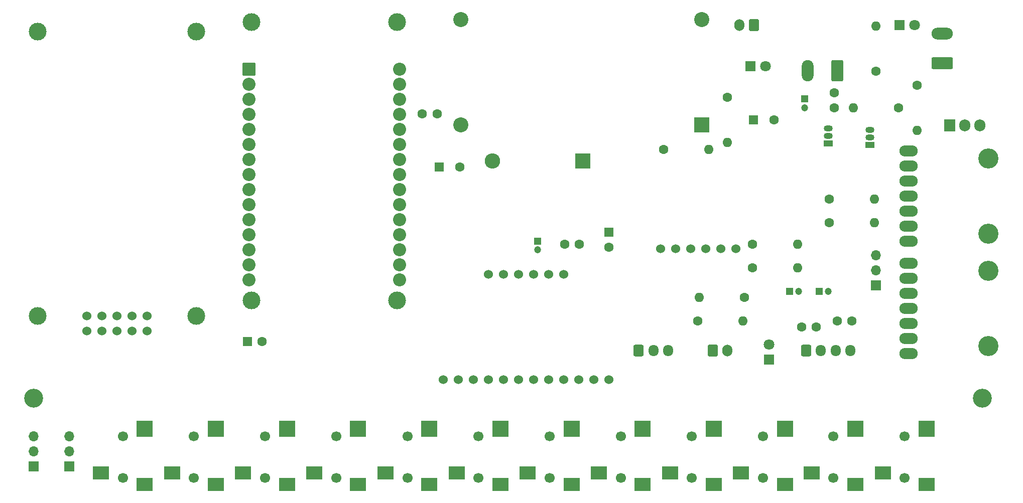
<source format=gbr>
%TF.GenerationSoftware,KiCad,Pcbnew,8.0.4*%
%TF.CreationDate,2024-10-15T19:25:35-05:00*%
%TF.ProjectId,touchboard,746f7563-6862-46f6-9172-642e6b696361,rev?*%
%TF.SameCoordinates,Original*%
%TF.FileFunction,Soldermask,Top*%
%TF.FilePolarity,Negative*%
%FSLAX46Y46*%
G04 Gerber Fmt 4.6, Leading zero omitted, Abs format (unit mm)*
G04 Created by KiCad (PCBNEW 8.0.4) date 2024-10-15 19:25:35*
%MOMM*%
%LPD*%
G01*
G04 APERTURE LIST*
G04 Aperture macros list*
%AMRoundRect*
0 Rectangle with rounded corners*
0 $1 Rounding radius*
0 $2 $3 $4 $5 $6 $7 $8 $9 X,Y pos of 4 corners*
0 Add a 4 corners polygon primitive as box body*
4,1,4,$2,$3,$4,$5,$6,$7,$8,$9,$2,$3,0*
0 Add four circle primitives for the rounded corners*
1,1,$1+$1,$2,$3*
1,1,$1+$1,$4,$5*
1,1,$1+$1,$6,$7*
1,1,$1+$1,$8,$9*
0 Add four rect primitives between the rounded corners*
20,1,$1+$1,$2,$3,$4,$5,0*
20,1,$1+$1,$4,$5,$6,$7,0*
20,1,$1+$1,$6,$7,$8,$9,0*
20,1,$1+$1,$8,$9,$2,$3,0*%
G04 Aperture macros list end*
%ADD10C,1.524000*%
%ADD11C,1.600000*%
%ADD12O,1.600000X1.600000*%
%ADD13R,1.200000X1.200000*%
%ADD14C,1.200000*%
%ADD15R,1.905000X2.000000*%
%ADD16O,1.905000X2.000000*%
%ADD17R,1.600000X1.600000*%
%ADD18RoundRect,0.250000X0.600000X0.750000X-0.600000X0.750000X-0.600000X-0.750000X0.600000X-0.750000X0*%
%ADD19O,1.700000X2.000000*%
%ADD20C,1.700000*%
%ADD21R,2.800000X2.200000*%
%ADD22R,2.800000X2.800000*%
%ADD23R,1.700000X1.700000*%
%ADD24O,1.700000X1.700000*%
%ADD25C,3.000000*%
%ADD26RoundRect,0.102000X-1.000000X-1.000000X1.000000X-1.000000X1.000000X1.000000X-1.000000X1.000000X0*%
%ADD27C,2.204000*%
%ADD28RoundRect,0.250000X-0.600000X-0.725000X0.600000X-0.725000X0.600000X0.725000X-0.600000X0.725000X0*%
%ADD29O,1.700000X1.950000*%
%ADD30C,3.200000*%
%ADD31R,2.540000X2.540000*%
%ADD32C,2.540000*%
%ADD33RoundRect,0.250000X1.550000X-0.750000X1.550000X0.750000X-1.550000X0.750000X-1.550000X-0.750000X0*%
%ADD34O,3.600000X2.000000*%
%ADD35C,3.400000*%
%ADD36O,3.101600X1.851600*%
%ADD37RoundRect,0.250000X0.750000X1.550000X-0.750000X1.550000X-0.750000X-1.550000X0.750000X-1.550000X0*%
%ADD38O,2.000000X3.600000*%
%ADD39R,1.800000X1.800000*%
%ADD40C,1.800000*%
%ADD41RoundRect,0.250000X-0.600000X-0.750000X0.600000X-0.750000X0.600000X0.750000X-0.600000X0.750000X0*%
%ADD42R,1.500000X1.050000*%
%ADD43O,1.500000X1.050000*%
%ADD44R,2.600000X2.600000*%
%ADD45O,2.600000X2.600000*%
G04 APERTURE END LIST*
D10*
%TO.C,U1*%
X135350000Y-88110000D03*
X132810000Y-88110000D03*
X130270000Y-88110000D03*
X127730000Y-88110000D03*
X125190000Y-88110000D03*
X122650000Y-88110000D03*
X115030000Y-105890000D03*
X117570000Y-105890000D03*
X120110000Y-105890000D03*
X122650000Y-105890000D03*
X125190000Y-105890000D03*
X127730000Y-105890000D03*
X130270000Y-105890000D03*
X132810000Y-105890000D03*
X135350000Y-105890000D03*
X137890000Y-105890000D03*
X140430000Y-105890000D03*
X142970000Y-105890000D03*
%TD*%
D11*
%TO.C,R3*%
X191810000Y-60000000D03*
D12*
X184190000Y-60000000D03*
%TD*%
D13*
%TO.C,C4*%
X176000000Y-58500000D03*
D14*
X176000000Y-60000000D03*
%TD*%
D11*
%TO.C,C35*%
X135500000Y-83000000D03*
X138000000Y-83000000D03*
%TD*%
D15*
%TO.C,Q3*%
X200460000Y-63000000D03*
D16*
X203000000Y-63000000D03*
X205540000Y-63000000D03*
%TD*%
D13*
%TO.C,C8*%
X178500000Y-91000000D03*
D14*
X180000000Y-91000000D03*
%TD*%
D11*
%TO.C,R1*%
X163000000Y-58190000D03*
D12*
X163000000Y-65810000D03*
%TD*%
D17*
%TO.C,C1*%
X167347349Y-62000000D03*
D11*
X170847349Y-62000000D03*
%TD*%
%TO.C,RG1*%
X180143000Y-79420000D03*
D12*
X187763000Y-79420000D03*
%TD*%
D17*
%TO.C,C33*%
X143000000Y-81000000D03*
D11*
X143000000Y-83500000D03*
%TD*%
D18*
%TO.C,J2*%
X167500000Y-46000000D03*
D19*
X165000000Y-46000000D03*
%TD*%
D20*
%TO.C,E9*%
X157000000Y-122500000D03*
X157000000Y-115500000D03*
D21*
X153300000Y-121600000D03*
X160700000Y-123600000D03*
D22*
X160700000Y-114200000D03*
%TD*%
D23*
%TO.C,JP1*%
X188000000Y-90000000D03*
D24*
X188000000Y-87460000D03*
X188000000Y-84920000D03*
%TD*%
D11*
%TO.C,R2*%
X152190000Y-67000000D03*
D12*
X159810000Y-67000000D03*
%TD*%
D25*
%TO.C,U3*%
X82720000Y-45525000D03*
X82720000Y-92475000D03*
X107230000Y-45525000D03*
X107230000Y-92475000D03*
D26*
X82300000Y-53485000D03*
D27*
X82300000Y-56025000D03*
X82300000Y-58565000D03*
X82300000Y-61105000D03*
X82300000Y-63645000D03*
X82300000Y-66185000D03*
X82300000Y-68725000D03*
X82300000Y-71265000D03*
X82300000Y-73805000D03*
X82300000Y-76345000D03*
X82300000Y-78885000D03*
X82300000Y-81425000D03*
X82300000Y-83965000D03*
X82300000Y-86505000D03*
X82300000Y-89045000D03*
X107700000Y-89045000D03*
X107700000Y-86505000D03*
X107700000Y-83965000D03*
X107700000Y-81425000D03*
X107700000Y-78885000D03*
X107700000Y-76345000D03*
X107700000Y-73805000D03*
X107700000Y-71265000D03*
X107700000Y-68725000D03*
X107700000Y-66185000D03*
X107700000Y-63645000D03*
X107700000Y-61105000D03*
X107700000Y-58565000D03*
X107700000Y-56025000D03*
X107700000Y-53485000D03*
%TD*%
D11*
%TO.C,R6*%
X158000000Y-96000000D03*
D12*
X165620000Y-96000000D03*
%TD*%
D28*
%TO.C,J4*%
X176250000Y-101000000D03*
D29*
X178750000Y-101000000D03*
X181250000Y-101000000D03*
X183750000Y-101000000D03*
%TD*%
D20*
%TO.C,E4*%
X97000000Y-122500000D03*
X97000000Y-115500000D03*
D21*
X93300000Y-121600000D03*
X100700000Y-123600000D03*
D22*
X100700000Y-114200000D03*
%TD*%
D30*
%TO.C,H2*%
X206000000Y-109000000D03*
%TD*%
D31*
%TO.C,U2*%
X158640000Y-62890000D03*
D32*
X158640000Y-45110000D03*
X118000000Y-45110000D03*
X118000000Y-62890000D03*
%TD*%
D10*
%TO.C,U7*%
X151750000Y-83825000D03*
X154290000Y-83825000D03*
X156830000Y-83825000D03*
X159370000Y-83825000D03*
X161910000Y-83825000D03*
X164450000Y-83825000D03*
%TD*%
D33*
%TO.C,J3*%
X199222500Y-52500000D03*
D34*
X199222500Y-47500000D03*
%TD*%
D20*
%TO.C,E7*%
X133000000Y-122500000D03*
X133000000Y-115500000D03*
D21*
X129300000Y-121600000D03*
X136700000Y-123600000D03*
D22*
X136700000Y-114200000D03*
%TD*%
D20*
%TO.C,E5*%
X109000000Y-122500000D03*
X109000000Y-115500000D03*
D21*
X105300000Y-121600000D03*
X112700000Y-123600000D03*
D22*
X112700000Y-114200000D03*
%TD*%
D11*
%TO.C,R8*%
X167190000Y-83000000D03*
D12*
X174810000Y-83000000D03*
%TD*%
D20*
%TO.C,E10*%
X169000000Y-122500000D03*
X169000000Y-115500000D03*
D21*
X165300000Y-121600000D03*
X172700000Y-123600000D03*
D22*
X172700000Y-114200000D03*
%TD*%
D11*
%TO.C,RSD1*%
X180143000Y-75420000D03*
D12*
X187763000Y-75420000D03*
%TD*%
D11*
%TO.C,R10*%
X165810000Y-92000000D03*
D12*
X158190000Y-92000000D03*
%TD*%
D35*
%TO.C,U4*%
X206969000Y-68530000D03*
X206969000Y-81230000D03*
D36*
X193499000Y-82500000D03*
X193499000Y-79960000D03*
X193499000Y-77420000D03*
X193499000Y-74880000D03*
X193499000Y-72340000D03*
X193499000Y-69800000D03*
X193499000Y-67260000D03*
%TD*%
D35*
%TO.C,U5*%
X207016000Y-87530000D03*
X207016000Y-100230000D03*
D36*
X193546000Y-101500000D03*
X193546000Y-98960000D03*
X193546000Y-96420000D03*
X193546000Y-93880000D03*
X193546000Y-91340000D03*
X193546000Y-88800000D03*
X193546000Y-86260000D03*
%TD*%
D20*
%TO.C,E6*%
X121000000Y-122500000D03*
X121000000Y-115500000D03*
D21*
X117300000Y-121600000D03*
X124700000Y-123600000D03*
D22*
X124700000Y-114200000D03*
%TD*%
D20*
%TO.C,E11*%
X180880000Y-122500000D03*
X180880000Y-115500000D03*
D21*
X177180000Y-121600000D03*
X184580000Y-123600000D03*
D22*
X184580000Y-114200000D03*
%TD*%
D11*
%TO.C,C9*%
X181500000Y-96000000D03*
X184000000Y-96000000D03*
%TD*%
D37*
%TO.C,J1*%
X181500000Y-53777500D03*
D38*
X176500000Y-53777500D03*
%TD*%
D25*
%TO.C,U6*%
X46600000Y-95130000D03*
X73400000Y-95130000D03*
X46600000Y-47130000D03*
X73400000Y-47130000D03*
D10*
X54920000Y-97670000D03*
X57460000Y-97670000D03*
X60000000Y-97670000D03*
X62540000Y-97670000D03*
X65080000Y-97670000D03*
X54920000Y-95130000D03*
X57460000Y-95130000D03*
X60000000Y-95130000D03*
X62540000Y-95130000D03*
X65080000Y-95130000D03*
%TD*%
D39*
%TO.C,D3*%
X170000000Y-102540000D03*
D40*
X170000000Y-100000000D03*
%TD*%
D13*
%TO.C,C34*%
X131000000Y-82500000D03*
D14*
X131000000Y-84000000D03*
%TD*%
D39*
%TO.C,D4*%
X192000000Y-46000000D03*
D40*
X194540000Y-46000000D03*
%TD*%
D20*
%TO.C,E8*%
X145000000Y-122500000D03*
X145000000Y-115500000D03*
D21*
X141300000Y-121600000D03*
X148700000Y-123600000D03*
D22*
X148700000Y-114200000D03*
%TD*%
D41*
%TO.C,J8*%
X160500000Y-101000000D03*
D19*
X163000000Y-101000000D03*
%TD*%
D11*
%TO.C,R4*%
X195000000Y-56190000D03*
D12*
X195000000Y-63810000D03*
%TD*%
D17*
%TO.C,C32*%
X82000000Y-99500000D03*
D11*
X84500000Y-99500000D03*
%TD*%
D20*
%TO.C,E12*%
X192880000Y-122500000D03*
X192880000Y-115500000D03*
D21*
X189180000Y-121600000D03*
X196580000Y-123600000D03*
D22*
X196580000Y-114200000D03*
%TD*%
D11*
%TO.C,C2*%
X114000000Y-61000000D03*
X111500000Y-61000000D03*
%TD*%
D42*
%TO.C,Q2*%
X187000000Y-66270000D03*
D43*
X187000000Y-65000000D03*
X187000000Y-63730000D03*
%TD*%
D20*
%TO.C,E2*%
X73000000Y-122500000D03*
X73000000Y-115500000D03*
D21*
X69300000Y-121600000D03*
X76700000Y-123600000D03*
D22*
X76700000Y-114200000D03*
%TD*%
D17*
%TO.C,C3*%
X114347349Y-70000000D03*
D11*
X117847349Y-70000000D03*
%TD*%
%TO.C,C7*%
X175500000Y-97000000D03*
X178000000Y-97000000D03*
%TD*%
D30*
%TO.C,H1*%
X46000000Y-109000000D03*
%TD*%
D23*
%TO.C,JP3*%
X52000000Y-120540000D03*
D24*
X52000000Y-118000000D03*
X52000000Y-115460000D03*
%TD*%
D44*
%TO.C,D1*%
X138620000Y-69000000D03*
D45*
X123380000Y-69000000D03*
%TD*%
D11*
%TO.C,C5*%
X181000000Y-57500000D03*
X181000000Y-60000000D03*
%TD*%
D20*
%TO.C,E1*%
X61000000Y-122500000D03*
X61000000Y-115500000D03*
D21*
X57300000Y-121600000D03*
X64700000Y-123600000D03*
D22*
X64700000Y-114200000D03*
%TD*%
D11*
%TO.C,R7*%
X167190000Y-87000000D03*
D12*
X174810000Y-87000000D03*
%TD*%
D11*
%TO.C,R5*%
X188000000Y-53810000D03*
D12*
X188000000Y-46190000D03*
%TD*%
D13*
%TO.C,C6*%
X173500000Y-91000000D03*
D14*
X175000000Y-91000000D03*
%TD*%
D39*
%TO.C,D2*%
X166905000Y-53000000D03*
D40*
X169445000Y-53000000D03*
%TD*%
D23*
%TO.C,JP2*%
X46000000Y-120540000D03*
D24*
X46000000Y-118000000D03*
X46000000Y-115460000D03*
%TD*%
D28*
%TO.C,J5*%
X148000000Y-101000000D03*
D29*
X150500000Y-101000000D03*
X153000000Y-101000000D03*
%TD*%
D20*
%TO.C,E3*%
X85000000Y-122500000D03*
X85000000Y-115500000D03*
D21*
X81300000Y-121600000D03*
X88700000Y-123600000D03*
D22*
X88700000Y-114200000D03*
%TD*%
D42*
%TO.C,Q1*%
X180000000Y-66000000D03*
D43*
X180000000Y-64730000D03*
X180000000Y-63460000D03*
%TD*%
M02*

</source>
